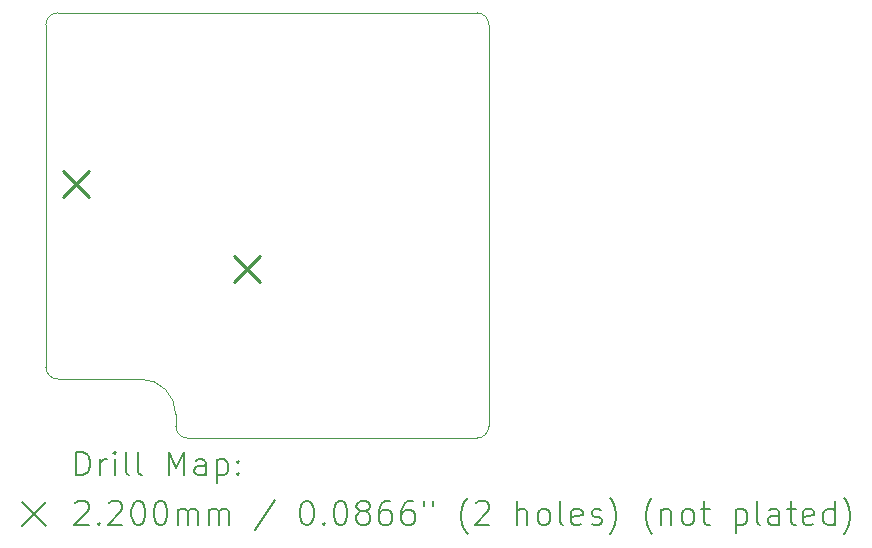
<source format=gbr>
%TF.GenerationSoftware,KiCad,Pcbnew,9.0.2*%
%TF.CreationDate,2025-09-03T18:51:06+02:00*%
%TF.ProjectId,Afterburner_Nano,41667465-7262-4757-926e-65725f4e616e,rev?*%
%TF.SameCoordinates,Original*%
%TF.FileFunction,Drillmap*%
%TF.FilePolarity,Positive*%
%FSLAX45Y45*%
G04 Gerber Fmt 4.5, Leading zero omitted, Abs format (unit mm)*
G04 Created by KiCad (PCBNEW 9.0.2) date 2025-09-03 18:51:06*
%MOMM*%
%LPD*%
G01*
G04 APERTURE LIST*
%ADD10C,0.050000*%
%ADD11C,0.200000*%
%ADD12C,0.220000*%
G04 APERTURE END LIST*
D10*
X18275000Y-4900000D02*
X17575000Y-4900000D01*
X17475000Y-4800000D02*
X17475000Y-1900000D01*
X21125000Y-1800000D02*
X17575000Y-1800000D01*
X21125000Y-1800000D02*
G75*
G02*
X21225000Y-1900000I0J-100000D01*
G01*
X18575000Y-5300000D02*
X18575000Y-5200000D01*
X17575000Y-4900000D02*
G75*
G02*
X17475000Y-4800000I0J100000D01*
G01*
X18675000Y-5400000D02*
G75*
G02*
X18575000Y-5300000I0J100000D01*
G01*
X18275000Y-4900000D02*
G75*
G02*
X18575000Y-5200000I0J-300000D01*
G01*
X21225000Y-5300000D02*
X21225000Y-1900000D01*
X17475000Y-1900000D02*
G75*
G02*
X17575000Y-1800000I100000J0D01*
G01*
X21125000Y-5400000D02*
X18675000Y-5400000D01*
X21225000Y-5300000D02*
G75*
G02*
X21125000Y-5400000I-100000J0D01*
G01*
D11*
D12*
X17623274Y-3140000D02*
X17843274Y-3360000D01*
X17843274Y-3140000D02*
X17623274Y-3360000D01*
X19068000Y-3862000D02*
X19288000Y-4082000D01*
X19288000Y-3862000D02*
X19068000Y-4082000D01*
D11*
X17733277Y-5713984D02*
X17733277Y-5513984D01*
X17733277Y-5513984D02*
X17780896Y-5513984D01*
X17780896Y-5513984D02*
X17809467Y-5523508D01*
X17809467Y-5523508D02*
X17828515Y-5542555D01*
X17828515Y-5542555D02*
X17838039Y-5561603D01*
X17838039Y-5561603D02*
X17847563Y-5599698D01*
X17847563Y-5599698D02*
X17847563Y-5628269D01*
X17847563Y-5628269D02*
X17838039Y-5666365D01*
X17838039Y-5666365D02*
X17828515Y-5685412D01*
X17828515Y-5685412D02*
X17809467Y-5704460D01*
X17809467Y-5704460D02*
X17780896Y-5713984D01*
X17780896Y-5713984D02*
X17733277Y-5713984D01*
X17933277Y-5713984D02*
X17933277Y-5580650D01*
X17933277Y-5618746D02*
X17942801Y-5599698D01*
X17942801Y-5599698D02*
X17952324Y-5590174D01*
X17952324Y-5590174D02*
X17971372Y-5580650D01*
X17971372Y-5580650D02*
X17990420Y-5580650D01*
X18057086Y-5713984D02*
X18057086Y-5580650D01*
X18057086Y-5513984D02*
X18047563Y-5523508D01*
X18047563Y-5523508D02*
X18057086Y-5533031D01*
X18057086Y-5533031D02*
X18066610Y-5523508D01*
X18066610Y-5523508D02*
X18057086Y-5513984D01*
X18057086Y-5513984D02*
X18057086Y-5533031D01*
X18180896Y-5713984D02*
X18161848Y-5704460D01*
X18161848Y-5704460D02*
X18152324Y-5685412D01*
X18152324Y-5685412D02*
X18152324Y-5513984D01*
X18285658Y-5713984D02*
X18266610Y-5704460D01*
X18266610Y-5704460D02*
X18257086Y-5685412D01*
X18257086Y-5685412D02*
X18257086Y-5513984D01*
X18514229Y-5713984D02*
X18514229Y-5513984D01*
X18514229Y-5513984D02*
X18580896Y-5656841D01*
X18580896Y-5656841D02*
X18647563Y-5513984D01*
X18647563Y-5513984D02*
X18647563Y-5713984D01*
X18828515Y-5713984D02*
X18828515Y-5609222D01*
X18828515Y-5609222D02*
X18818991Y-5590174D01*
X18818991Y-5590174D02*
X18799944Y-5580650D01*
X18799944Y-5580650D02*
X18761848Y-5580650D01*
X18761848Y-5580650D02*
X18742801Y-5590174D01*
X18828515Y-5704460D02*
X18809467Y-5713984D01*
X18809467Y-5713984D02*
X18761848Y-5713984D01*
X18761848Y-5713984D02*
X18742801Y-5704460D01*
X18742801Y-5704460D02*
X18733277Y-5685412D01*
X18733277Y-5685412D02*
X18733277Y-5666365D01*
X18733277Y-5666365D02*
X18742801Y-5647317D01*
X18742801Y-5647317D02*
X18761848Y-5637793D01*
X18761848Y-5637793D02*
X18809467Y-5637793D01*
X18809467Y-5637793D02*
X18828515Y-5628269D01*
X18923753Y-5580650D02*
X18923753Y-5780650D01*
X18923753Y-5590174D02*
X18942801Y-5580650D01*
X18942801Y-5580650D02*
X18980896Y-5580650D01*
X18980896Y-5580650D02*
X18999944Y-5590174D01*
X18999944Y-5590174D02*
X19009467Y-5599698D01*
X19009467Y-5599698D02*
X19018991Y-5618746D01*
X19018991Y-5618746D02*
X19018991Y-5675888D01*
X19018991Y-5675888D02*
X19009467Y-5694936D01*
X19009467Y-5694936D02*
X18999944Y-5704460D01*
X18999944Y-5704460D02*
X18980896Y-5713984D01*
X18980896Y-5713984D02*
X18942801Y-5713984D01*
X18942801Y-5713984D02*
X18923753Y-5704460D01*
X19104705Y-5694936D02*
X19114229Y-5704460D01*
X19114229Y-5704460D02*
X19104705Y-5713984D01*
X19104705Y-5713984D02*
X19095182Y-5704460D01*
X19095182Y-5704460D02*
X19104705Y-5694936D01*
X19104705Y-5694936D02*
X19104705Y-5713984D01*
X19104705Y-5590174D02*
X19114229Y-5599698D01*
X19114229Y-5599698D02*
X19104705Y-5609222D01*
X19104705Y-5609222D02*
X19095182Y-5599698D01*
X19095182Y-5599698D02*
X19104705Y-5590174D01*
X19104705Y-5590174D02*
X19104705Y-5609222D01*
X17272500Y-5942500D02*
X17472500Y-6142500D01*
X17472500Y-5942500D02*
X17272500Y-6142500D01*
X17723753Y-5953031D02*
X17733277Y-5943508D01*
X17733277Y-5943508D02*
X17752324Y-5933984D01*
X17752324Y-5933984D02*
X17799944Y-5933984D01*
X17799944Y-5933984D02*
X17818991Y-5943508D01*
X17818991Y-5943508D02*
X17828515Y-5953031D01*
X17828515Y-5953031D02*
X17838039Y-5972079D01*
X17838039Y-5972079D02*
X17838039Y-5991127D01*
X17838039Y-5991127D02*
X17828515Y-6019698D01*
X17828515Y-6019698D02*
X17714229Y-6133984D01*
X17714229Y-6133984D02*
X17838039Y-6133984D01*
X17923753Y-6114936D02*
X17933277Y-6124460D01*
X17933277Y-6124460D02*
X17923753Y-6133984D01*
X17923753Y-6133984D02*
X17914229Y-6124460D01*
X17914229Y-6124460D02*
X17923753Y-6114936D01*
X17923753Y-6114936D02*
X17923753Y-6133984D01*
X18009467Y-5953031D02*
X18018991Y-5943508D01*
X18018991Y-5943508D02*
X18038039Y-5933984D01*
X18038039Y-5933984D02*
X18085658Y-5933984D01*
X18085658Y-5933984D02*
X18104705Y-5943508D01*
X18104705Y-5943508D02*
X18114229Y-5953031D01*
X18114229Y-5953031D02*
X18123753Y-5972079D01*
X18123753Y-5972079D02*
X18123753Y-5991127D01*
X18123753Y-5991127D02*
X18114229Y-6019698D01*
X18114229Y-6019698D02*
X17999944Y-6133984D01*
X17999944Y-6133984D02*
X18123753Y-6133984D01*
X18247563Y-5933984D02*
X18266610Y-5933984D01*
X18266610Y-5933984D02*
X18285658Y-5943508D01*
X18285658Y-5943508D02*
X18295182Y-5953031D01*
X18295182Y-5953031D02*
X18304705Y-5972079D01*
X18304705Y-5972079D02*
X18314229Y-6010174D01*
X18314229Y-6010174D02*
X18314229Y-6057793D01*
X18314229Y-6057793D02*
X18304705Y-6095888D01*
X18304705Y-6095888D02*
X18295182Y-6114936D01*
X18295182Y-6114936D02*
X18285658Y-6124460D01*
X18285658Y-6124460D02*
X18266610Y-6133984D01*
X18266610Y-6133984D02*
X18247563Y-6133984D01*
X18247563Y-6133984D02*
X18228515Y-6124460D01*
X18228515Y-6124460D02*
X18218991Y-6114936D01*
X18218991Y-6114936D02*
X18209467Y-6095888D01*
X18209467Y-6095888D02*
X18199944Y-6057793D01*
X18199944Y-6057793D02*
X18199944Y-6010174D01*
X18199944Y-6010174D02*
X18209467Y-5972079D01*
X18209467Y-5972079D02*
X18218991Y-5953031D01*
X18218991Y-5953031D02*
X18228515Y-5943508D01*
X18228515Y-5943508D02*
X18247563Y-5933984D01*
X18438039Y-5933984D02*
X18457086Y-5933984D01*
X18457086Y-5933984D02*
X18476134Y-5943508D01*
X18476134Y-5943508D02*
X18485658Y-5953031D01*
X18485658Y-5953031D02*
X18495182Y-5972079D01*
X18495182Y-5972079D02*
X18504705Y-6010174D01*
X18504705Y-6010174D02*
X18504705Y-6057793D01*
X18504705Y-6057793D02*
X18495182Y-6095888D01*
X18495182Y-6095888D02*
X18485658Y-6114936D01*
X18485658Y-6114936D02*
X18476134Y-6124460D01*
X18476134Y-6124460D02*
X18457086Y-6133984D01*
X18457086Y-6133984D02*
X18438039Y-6133984D01*
X18438039Y-6133984D02*
X18418991Y-6124460D01*
X18418991Y-6124460D02*
X18409467Y-6114936D01*
X18409467Y-6114936D02*
X18399944Y-6095888D01*
X18399944Y-6095888D02*
X18390420Y-6057793D01*
X18390420Y-6057793D02*
X18390420Y-6010174D01*
X18390420Y-6010174D02*
X18399944Y-5972079D01*
X18399944Y-5972079D02*
X18409467Y-5953031D01*
X18409467Y-5953031D02*
X18418991Y-5943508D01*
X18418991Y-5943508D02*
X18438039Y-5933984D01*
X18590420Y-6133984D02*
X18590420Y-6000650D01*
X18590420Y-6019698D02*
X18599944Y-6010174D01*
X18599944Y-6010174D02*
X18618991Y-6000650D01*
X18618991Y-6000650D02*
X18647563Y-6000650D01*
X18647563Y-6000650D02*
X18666610Y-6010174D01*
X18666610Y-6010174D02*
X18676134Y-6029222D01*
X18676134Y-6029222D02*
X18676134Y-6133984D01*
X18676134Y-6029222D02*
X18685658Y-6010174D01*
X18685658Y-6010174D02*
X18704705Y-6000650D01*
X18704705Y-6000650D02*
X18733277Y-6000650D01*
X18733277Y-6000650D02*
X18752325Y-6010174D01*
X18752325Y-6010174D02*
X18761848Y-6029222D01*
X18761848Y-6029222D02*
X18761848Y-6133984D01*
X18857086Y-6133984D02*
X18857086Y-6000650D01*
X18857086Y-6019698D02*
X18866610Y-6010174D01*
X18866610Y-6010174D02*
X18885658Y-6000650D01*
X18885658Y-6000650D02*
X18914229Y-6000650D01*
X18914229Y-6000650D02*
X18933277Y-6010174D01*
X18933277Y-6010174D02*
X18942801Y-6029222D01*
X18942801Y-6029222D02*
X18942801Y-6133984D01*
X18942801Y-6029222D02*
X18952325Y-6010174D01*
X18952325Y-6010174D02*
X18971372Y-6000650D01*
X18971372Y-6000650D02*
X18999944Y-6000650D01*
X18999944Y-6000650D02*
X19018991Y-6010174D01*
X19018991Y-6010174D02*
X19028515Y-6029222D01*
X19028515Y-6029222D02*
X19028515Y-6133984D01*
X19418991Y-5924460D02*
X19247563Y-6181603D01*
X19676134Y-5933984D02*
X19695182Y-5933984D01*
X19695182Y-5933984D02*
X19714229Y-5943508D01*
X19714229Y-5943508D02*
X19723753Y-5953031D01*
X19723753Y-5953031D02*
X19733277Y-5972079D01*
X19733277Y-5972079D02*
X19742801Y-6010174D01*
X19742801Y-6010174D02*
X19742801Y-6057793D01*
X19742801Y-6057793D02*
X19733277Y-6095888D01*
X19733277Y-6095888D02*
X19723753Y-6114936D01*
X19723753Y-6114936D02*
X19714229Y-6124460D01*
X19714229Y-6124460D02*
X19695182Y-6133984D01*
X19695182Y-6133984D02*
X19676134Y-6133984D01*
X19676134Y-6133984D02*
X19657087Y-6124460D01*
X19657087Y-6124460D02*
X19647563Y-6114936D01*
X19647563Y-6114936D02*
X19638039Y-6095888D01*
X19638039Y-6095888D02*
X19628515Y-6057793D01*
X19628515Y-6057793D02*
X19628515Y-6010174D01*
X19628515Y-6010174D02*
X19638039Y-5972079D01*
X19638039Y-5972079D02*
X19647563Y-5953031D01*
X19647563Y-5953031D02*
X19657087Y-5943508D01*
X19657087Y-5943508D02*
X19676134Y-5933984D01*
X19828515Y-6114936D02*
X19838039Y-6124460D01*
X19838039Y-6124460D02*
X19828515Y-6133984D01*
X19828515Y-6133984D02*
X19818991Y-6124460D01*
X19818991Y-6124460D02*
X19828515Y-6114936D01*
X19828515Y-6114936D02*
X19828515Y-6133984D01*
X19961848Y-5933984D02*
X19980896Y-5933984D01*
X19980896Y-5933984D02*
X19999944Y-5943508D01*
X19999944Y-5943508D02*
X20009468Y-5953031D01*
X20009468Y-5953031D02*
X20018991Y-5972079D01*
X20018991Y-5972079D02*
X20028515Y-6010174D01*
X20028515Y-6010174D02*
X20028515Y-6057793D01*
X20028515Y-6057793D02*
X20018991Y-6095888D01*
X20018991Y-6095888D02*
X20009468Y-6114936D01*
X20009468Y-6114936D02*
X19999944Y-6124460D01*
X19999944Y-6124460D02*
X19980896Y-6133984D01*
X19980896Y-6133984D02*
X19961848Y-6133984D01*
X19961848Y-6133984D02*
X19942801Y-6124460D01*
X19942801Y-6124460D02*
X19933277Y-6114936D01*
X19933277Y-6114936D02*
X19923753Y-6095888D01*
X19923753Y-6095888D02*
X19914229Y-6057793D01*
X19914229Y-6057793D02*
X19914229Y-6010174D01*
X19914229Y-6010174D02*
X19923753Y-5972079D01*
X19923753Y-5972079D02*
X19933277Y-5953031D01*
X19933277Y-5953031D02*
X19942801Y-5943508D01*
X19942801Y-5943508D02*
X19961848Y-5933984D01*
X20142801Y-6019698D02*
X20123753Y-6010174D01*
X20123753Y-6010174D02*
X20114229Y-6000650D01*
X20114229Y-6000650D02*
X20104706Y-5981603D01*
X20104706Y-5981603D02*
X20104706Y-5972079D01*
X20104706Y-5972079D02*
X20114229Y-5953031D01*
X20114229Y-5953031D02*
X20123753Y-5943508D01*
X20123753Y-5943508D02*
X20142801Y-5933984D01*
X20142801Y-5933984D02*
X20180896Y-5933984D01*
X20180896Y-5933984D02*
X20199944Y-5943508D01*
X20199944Y-5943508D02*
X20209468Y-5953031D01*
X20209468Y-5953031D02*
X20218991Y-5972079D01*
X20218991Y-5972079D02*
X20218991Y-5981603D01*
X20218991Y-5981603D02*
X20209468Y-6000650D01*
X20209468Y-6000650D02*
X20199944Y-6010174D01*
X20199944Y-6010174D02*
X20180896Y-6019698D01*
X20180896Y-6019698D02*
X20142801Y-6019698D01*
X20142801Y-6019698D02*
X20123753Y-6029222D01*
X20123753Y-6029222D02*
X20114229Y-6038746D01*
X20114229Y-6038746D02*
X20104706Y-6057793D01*
X20104706Y-6057793D02*
X20104706Y-6095888D01*
X20104706Y-6095888D02*
X20114229Y-6114936D01*
X20114229Y-6114936D02*
X20123753Y-6124460D01*
X20123753Y-6124460D02*
X20142801Y-6133984D01*
X20142801Y-6133984D02*
X20180896Y-6133984D01*
X20180896Y-6133984D02*
X20199944Y-6124460D01*
X20199944Y-6124460D02*
X20209468Y-6114936D01*
X20209468Y-6114936D02*
X20218991Y-6095888D01*
X20218991Y-6095888D02*
X20218991Y-6057793D01*
X20218991Y-6057793D02*
X20209468Y-6038746D01*
X20209468Y-6038746D02*
X20199944Y-6029222D01*
X20199944Y-6029222D02*
X20180896Y-6019698D01*
X20390420Y-5933984D02*
X20352325Y-5933984D01*
X20352325Y-5933984D02*
X20333277Y-5943508D01*
X20333277Y-5943508D02*
X20323753Y-5953031D01*
X20323753Y-5953031D02*
X20304706Y-5981603D01*
X20304706Y-5981603D02*
X20295182Y-6019698D01*
X20295182Y-6019698D02*
X20295182Y-6095888D01*
X20295182Y-6095888D02*
X20304706Y-6114936D01*
X20304706Y-6114936D02*
X20314229Y-6124460D01*
X20314229Y-6124460D02*
X20333277Y-6133984D01*
X20333277Y-6133984D02*
X20371372Y-6133984D01*
X20371372Y-6133984D02*
X20390420Y-6124460D01*
X20390420Y-6124460D02*
X20399944Y-6114936D01*
X20399944Y-6114936D02*
X20409468Y-6095888D01*
X20409468Y-6095888D02*
X20409468Y-6048269D01*
X20409468Y-6048269D02*
X20399944Y-6029222D01*
X20399944Y-6029222D02*
X20390420Y-6019698D01*
X20390420Y-6019698D02*
X20371372Y-6010174D01*
X20371372Y-6010174D02*
X20333277Y-6010174D01*
X20333277Y-6010174D02*
X20314229Y-6019698D01*
X20314229Y-6019698D02*
X20304706Y-6029222D01*
X20304706Y-6029222D02*
X20295182Y-6048269D01*
X20580896Y-5933984D02*
X20542801Y-5933984D01*
X20542801Y-5933984D02*
X20523753Y-5943508D01*
X20523753Y-5943508D02*
X20514229Y-5953031D01*
X20514229Y-5953031D02*
X20495182Y-5981603D01*
X20495182Y-5981603D02*
X20485658Y-6019698D01*
X20485658Y-6019698D02*
X20485658Y-6095888D01*
X20485658Y-6095888D02*
X20495182Y-6114936D01*
X20495182Y-6114936D02*
X20504706Y-6124460D01*
X20504706Y-6124460D02*
X20523753Y-6133984D01*
X20523753Y-6133984D02*
X20561849Y-6133984D01*
X20561849Y-6133984D02*
X20580896Y-6124460D01*
X20580896Y-6124460D02*
X20590420Y-6114936D01*
X20590420Y-6114936D02*
X20599944Y-6095888D01*
X20599944Y-6095888D02*
X20599944Y-6048269D01*
X20599944Y-6048269D02*
X20590420Y-6029222D01*
X20590420Y-6029222D02*
X20580896Y-6019698D01*
X20580896Y-6019698D02*
X20561849Y-6010174D01*
X20561849Y-6010174D02*
X20523753Y-6010174D01*
X20523753Y-6010174D02*
X20504706Y-6019698D01*
X20504706Y-6019698D02*
X20495182Y-6029222D01*
X20495182Y-6029222D02*
X20485658Y-6048269D01*
X20676134Y-5933984D02*
X20676134Y-5972079D01*
X20752325Y-5933984D02*
X20752325Y-5972079D01*
X21047563Y-6210174D02*
X21038039Y-6200650D01*
X21038039Y-6200650D02*
X21018991Y-6172079D01*
X21018991Y-6172079D02*
X21009468Y-6153031D01*
X21009468Y-6153031D02*
X20999944Y-6124460D01*
X20999944Y-6124460D02*
X20990420Y-6076841D01*
X20990420Y-6076841D02*
X20990420Y-6038746D01*
X20990420Y-6038746D02*
X20999944Y-5991127D01*
X20999944Y-5991127D02*
X21009468Y-5962555D01*
X21009468Y-5962555D02*
X21018991Y-5943508D01*
X21018991Y-5943508D02*
X21038039Y-5914936D01*
X21038039Y-5914936D02*
X21047563Y-5905412D01*
X21114230Y-5953031D02*
X21123753Y-5943508D01*
X21123753Y-5943508D02*
X21142801Y-5933984D01*
X21142801Y-5933984D02*
X21190420Y-5933984D01*
X21190420Y-5933984D02*
X21209468Y-5943508D01*
X21209468Y-5943508D02*
X21218991Y-5953031D01*
X21218991Y-5953031D02*
X21228515Y-5972079D01*
X21228515Y-5972079D02*
X21228515Y-5991127D01*
X21228515Y-5991127D02*
X21218991Y-6019698D01*
X21218991Y-6019698D02*
X21104706Y-6133984D01*
X21104706Y-6133984D02*
X21228515Y-6133984D01*
X21466611Y-6133984D02*
X21466611Y-5933984D01*
X21552325Y-6133984D02*
X21552325Y-6029222D01*
X21552325Y-6029222D02*
X21542801Y-6010174D01*
X21542801Y-6010174D02*
X21523753Y-6000650D01*
X21523753Y-6000650D02*
X21495182Y-6000650D01*
X21495182Y-6000650D02*
X21476134Y-6010174D01*
X21476134Y-6010174D02*
X21466611Y-6019698D01*
X21676134Y-6133984D02*
X21657087Y-6124460D01*
X21657087Y-6124460D02*
X21647563Y-6114936D01*
X21647563Y-6114936D02*
X21638039Y-6095888D01*
X21638039Y-6095888D02*
X21638039Y-6038746D01*
X21638039Y-6038746D02*
X21647563Y-6019698D01*
X21647563Y-6019698D02*
X21657087Y-6010174D01*
X21657087Y-6010174D02*
X21676134Y-6000650D01*
X21676134Y-6000650D02*
X21704706Y-6000650D01*
X21704706Y-6000650D02*
X21723753Y-6010174D01*
X21723753Y-6010174D02*
X21733277Y-6019698D01*
X21733277Y-6019698D02*
X21742801Y-6038746D01*
X21742801Y-6038746D02*
X21742801Y-6095888D01*
X21742801Y-6095888D02*
X21733277Y-6114936D01*
X21733277Y-6114936D02*
X21723753Y-6124460D01*
X21723753Y-6124460D02*
X21704706Y-6133984D01*
X21704706Y-6133984D02*
X21676134Y-6133984D01*
X21857087Y-6133984D02*
X21838039Y-6124460D01*
X21838039Y-6124460D02*
X21828515Y-6105412D01*
X21828515Y-6105412D02*
X21828515Y-5933984D01*
X22009468Y-6124460D02*
X21990420Y-6133984D01*
X21990420Y-6133984D02*
X21952325Y-6133984D01*
X21952325Y-6133984D02*
X21933277Y-6124460D01*
X21933277Y-6124460D02*
X21923753Y-6105412D01*
X21923753Y-6105412D02*
X21923753Y-6029222D01*
X21923753Y-6029222D02*
X21933277Y-6010174D01*
X21933277Y-6010174D02*
X21952325Y-6000650D01*
X21952325Y-6000650D02*
X21990420Y-6000650D01*
X21990420Y-6000650D02*
X22009468Y-6010174D01*
X22009468Y-6010174D02*
X22018992Y-6029222D01*
X22018992Y-6029222D02*
X22018992Y-6048269D01*
X22018992Y-6048269D02*
X21923753Y-6067317D01*
X22095182Y-6124460D02*
X22114230Y-6133984D01*
X22114230Y-6133984D02*
X22152325Y-6133984D01*
X22152325Y-6133984D02*
X22171373Y-6124460D01*
X22171373Y-6124460D02*
X22180896Y-6105412D01*
X22180896Y-6105412D02*
X22180896Y-6095888D01*
X22180896Y-6095888D02*
X22171373Y-6076841D01*
X22171373Y-6076841D02*
X22152325Y-6067317D01*
X22152325Y-6067317D02*
X22123753Y-6067317D01*
X22123753Y-6067317D02*
X22104706Y-6057793D01*
X22104706Y-6057793D02*
X22095182Y-6038746D01*
X22095182Y-6038746D02*
X22095182Y-6029222D01*
X22095182Y-6029222D02*
X22104706Y-6010174D01*
X22104706Y-6010174D02*
X22123753Y-6000650D01*
X22123753Y-6000650D02*
X22152325Y-6000650D01*
X22152325Y-6000650D02*
X22171373Y-6010174D01*
X22247563Y-6210174D02*
X22257087Y-6200650D01*
X22257087Y-6200650D02*
X22276134Y-6172079D01*
X22276134Y-6172079D02*
X22285658Y-6153031D01*
X22285658Y-6153031D02*
X22295182Y-6124460D01*
X22295182Y-6124460D02*
X22304706Y-6076841D01*
X22304706Y-6076841D02*
X22304706Y-6038746D01*
X22304706Y-6038746D02*
X22295182Y-5991127D01*
X22295182Y-5991127D02*
X22285658Y-5962555D01*
X22285658Y-5962555D02*
X22276134Y-5943508D01*
X22276134Y-5943508D02*
X22257087Y-5914936D01*
X22257087Y-5914936D02*
X22247563Y-5905412D01*
X22609468Y-6210174D02*
X22599944Y-6200650D01*
X22599944Y-6200650D02*
X22580896Y-6172079D01*
X22580896Y-6172079D02*
X22571372Y-6153031D01*
X22571372Y-6153031D02*
X22561849Y-6124460D01*
X22561849Y-6124460D02*
X22552325Y-6076841D01*
X22552325Y-6076841D02*
X22552325Y-6038746D01*
X22552325Y-6038746D02*
X22561849Y-5991127D01*
X22561849Y-5991127D02*
X22571372Y-5962555D01*
X22571372Y-5962555D02*
X22580896Y-5943508D01*
X22580896Y-5943508D02*
X22599944Y-5914936D01*
X22599944Y-5914936D02*
X22609468Y-5905412D01*
X22685658Y-6000650D02*
X22685658Y-6133984D01*
X22685658Y-6019698D02*
X22695182Y-6010174D01*
X22695182Y-6010174D02*
X22714230Y-6000650D01*
X22714230Y-6000650D02*
X22742801Y-6000650D01*
X22742801Y-6000650D02*
X22761849Y-6010174D01*
X22761849Y-6010174D02*
X22771372Y-6029222D01*
X22771372Y-6029222D02*
X22771372Y-6133984D01*
X22895182Y-6133984D02*
X22876134Y-6124460D01*
X22876134Y-6124460D02*
X22866611Y-6114936D01*
X22866611Y-6114936D02*
X22857087Y-6095888D01*
X22857087Y-6095888D02*
X22857087Y-6038746D01*
X22857087Y-6038746D02*
X22866611Y-6019698D01*
X22866611Y-6019698D02*
X22876134Y-6010174D01*
X22876134Y-6010174D02*
X22895182Y-6000650D01*
X22895182Y-6000650D02*
X22923753Y-6000650D01*
X22923753Y-6000650D02*
X22942801Y-6010174D01*
X22942801Y-6010174D02*
X22952325Y-6019698D01*
X22952325Y-6019698D02*
X22961849Y-6038746D01*
X22961849Y-6038746D02*
X22961849Y-6095888D01*
X22961849Y-6095888D02*
X22952325Y-6114936D01*
X22952325Y-6114936D02*
X22942801Y-6124460D01*
X22942801Y-6124460D02*
X22923753Y-6133984D01*
X22923753Y-6133984D02*
X22895182Y-6133984D01*
X23018992Y-6000650D02*
X23095182Y-6000650D01*
X23047563Y-5933984D02*
X23047563Y-6105412D01*
X23047563Y-6105412D02*
X23057087Y-6124460D01*
X23057087Y-6124460D02*
X23076134Y-6133984D01*
X23076134Y-6133984D02*
X23095182Y-6133984D01*
X23314230Y-6000650D02*
X23314230Y-6200650D01*
X23314230Y-6010174D02*
X23333277Y-6000650D01*
X23333277Y-6000650D02*
X23371373Y-6000650D01*
X23371373Y-6000650D02*
X23390420Y-6010174D01*
X23390420Y-6010174D02*
X23399944Y-6019698D01*
X23399944Y-6019698D02*
X23409468Y-6038746D01*
X23409468Y-6038746D02*
X23409468Y-6095888D01*
X23409468Y-6095888D02*
X23399944Y-6114936D01*
X23399944Y-6114936D02*
X23390420Y-6124460D01*
X23390420Y-6124460D02*
X23371373Y-6133984D01*
X23371373Y-6133984D02*
X23333277Y-6133984D01*
X23333277Y-6133984D02*
X23314230Y-6124460D01*
X23523753Y-6133984D02*
X23504706Y-6124460D01*
X23504706Y-6124460D02*
X23495182Y-6105412D01*
X23495182Y-6105412D02*
X23495182Y-5933984D01*
X23685658Y-6133984D02*
X23685658Y-6029222D01*
X23685658Y-6029222D02*
X23676134Y-6010174D01*
X23676134Y-6010174D02*
X23657087Y-6000650D01*
X23657087Y-6000650D02*
X23618992Y-6000650D01*
X23618992Y-6000650D02*
X23599944Y-6010174D01*
X23685658Y-6124460D02*
X23666611Y-6133984D01*
X23666611Y-6133984D02*
X23618992Y-6133984D01*
X23618992Y-6133984D02*
X23599944Y-6124460D01*
X23599944Y-6124460D02*
X23590420Y-6105412D01*
X23590420Y-6105412D02*
X23590420Y-6086365D01*
X23590420Y-6086365D02*
X23599944Y-6067317D01*
X23599944Y-6067317D02*
X23618992Y-6057793D01*
X23618992Y-6057793D02*
X23666611Y-6057793D01*
X23666611Y-6057793D02*
X23685658Y-6048269D01*
X23752325Y-6000650D02*
X23828515Y-6000650D01*
X23780896Y-5933984D02*
X23780896Y-6105412D01*
X23780896Y-6105412D02*
X23790420Y-6124460D01*
X23790420Y-6124460D02*
X23809468Y-6133984D01*
X23809468Y-6133984D02*
X23828515Y-6133984D01*
X23971373Y-6124460D02*
X23952325Y-6133984D01*
X23952325Y-6133984D02*
X23914230Y-6133984D01*
X23914230Y-6133984D02*
X23895182Y-6124460D01*
X23895182Y-6124460D02*
X23885658Y-6105412D01*
X23885658Y-6105412D02*
X23885658Y-6029222D01*
X23885658Y-6029222D02*
X23895182Y-6010174D01*
X23895182Y-6010174D02*
X23914230Y-6000650D01*
X23914230Y-6000650D02*
X23952325Y-6000650D01*
X23952325Y-6000650D02*
X23971373Y-6010174D01*
X23971373Y-6010174D02*
X23980896Y-6029222D01*
X23980896Y-6029222D02*
X23980896Y-6048269D01*
X23980896Y-6048269D02*
X23885658Y-6067317D01*
X24152325Y-6133984D02*
X24152325Y-5933984D01*
X24152325Y-6124460D02*
X24133277Y-6133984D01*
X24133277Y-6133984D02*
X24095182Y-6133984D01*
X24095182Y-6133984D02*
X24076134Y-6124460D01*
X24076134Y-6124460D02*
X24066611Y-6114936D01*
X24066611Y-6114936D02*
X24057087Y-6095888D01*
X24057087Y-6095888D02*
X24057087Y-6038746D01*
X24057087Y-6038746D02*
X24066611Y-6019698D01*
X24066611Y-6019698D02*
X24076134Y-6010174D01*
X24076134Y-6010174D02*
X24095182Y-6000650D01*
X24095182Y-6000650D02*
X24133277Y-6000650D01*
X24133277Y-6000650D02*
X24152325Y-6010174D01*
X24228515Y-6210174D02*
X24238039Y-6200650D01*
X24238039Y-6200650D02*
X24257087Y-6172079D01*
X24257087Y-6172079D02*
X24266611Y-6153031D01*
X24266611Y-6153031D02*
X24276134Y-6124460D01*
X24276134Y-6124460D02*
X24285658Y-6076841D01*
X24285658Y-6076841D02*
X24285658Y-6038746D01*
X24285658Y-6038746D02*
X24276134Y-5991127D01*
X24276134Y-5991127D02*
X24266611Y-5962555D01*
X24266611Y-5962555D02*
X24257087Y-5943508D01*
X24257087Y-5943508D02*
X24238039Y-5914936D01*
X24238039Y-5914936D02*
X24228515Y-5905412D01*
M02*

</source>
